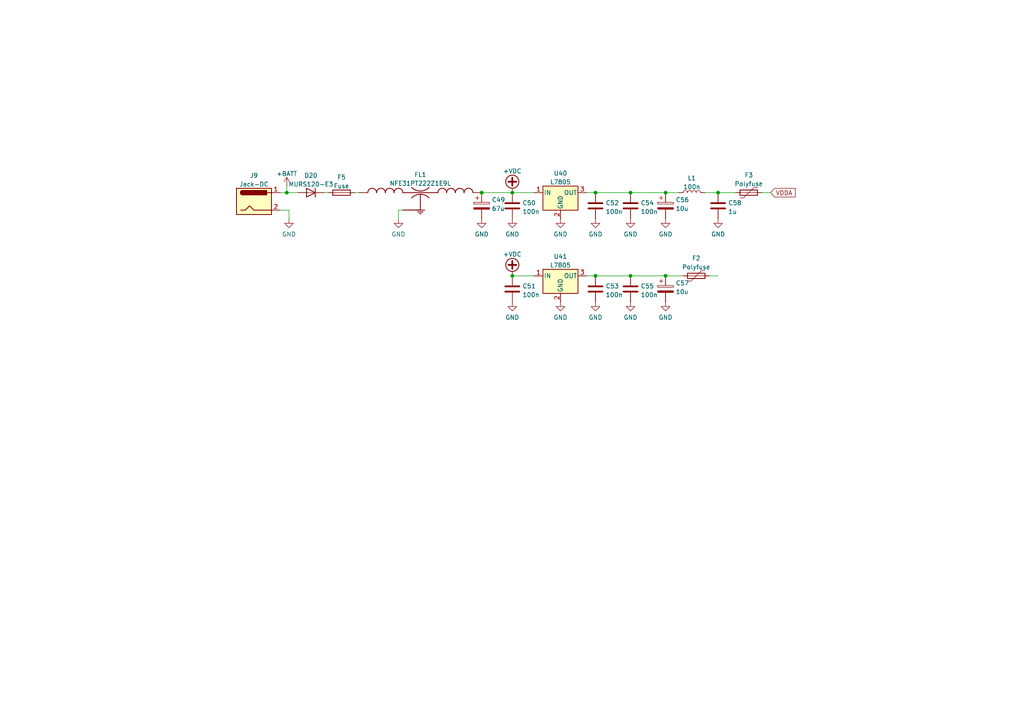
<source format=kicad_sch>
(kicad_sch (version 20211123) (generator eeschema)
  (paper "A4")
  (title_block (title "ParaCNTRL - FM repeater controller made of 74xx and analog") (date "2023-02-23") (rev "A") (company "ML Elektronika Mateusz Lubecki") (comment 1 "Power supply"))
  (lib_symbols
    (symbol "Connector:Jack-DC" (pin_names (offset 1.016))
      (property "Reference" "J" (at 0 5.334 0))
      (property "Value" "Jack-DC" (at 0 -5.08 0))
      (symbol "Jack-DC_0_1"
        (rectangle (start -5.08 3.81) (end 5.08 -3.81) (stroke (width 0.254)) (fill (type background)))
        (arc (start -3.302 3.175) (mid -3.937 2.54) (end -3.302 1.905) (stroke (width 0.254)))
        (arc (start -3.302 3.175) (mid -3.937 2.54) (end -3.302 1.905) (stroke (width 0.254)) (fill (type outline)))
        (polyline (pts (xy 5.08 2.54) (xy 3.81 2.54)) (stroke (width 0.254)))
        (polyline (pts (xy -3.81 -2.54) (xy -2.54 -2.54) (xy -1.27 -1.27) (xy 0 -2.54) (xy 2.54 -2.54) (xy 5.08 -2.54)) (stroke (width 0.254)))
        (rectangle (start 3.683 3.175) (end -3.302 1.905) (stroke (width 0.254)) (fill (type outline)))
      )
      (symbol "Jack-DC_1_1"
        (pin passive line (at 7.62 2.54 180) (length 2.54) (name "~") (number "1"))
        (pin passive line (at 7.62 -2.54 180) (length 2.54) (name "~") (number "2"))
      )
    )
    (symbol "Device:C" (pin_numbers hide) (pin_names (offset 0.254))
      (property "Reference" "C" (at 0.635 2.54 0))
      (property "Value" "C" (at 0.635 -2.54 0))
      (symbol "C_0_1"
        (polyline (pts (xy -2.032 -0.762) (xy 2.032 -0.762)) (stroke (width 0.508)))
        (polyline (pts (xy -2.032 0.762) (xy 2.032 0.762)) (stroke (width 0.508)))
      )
      (symbol "C_1_1"
        (pin passive line (at 0 3.81 270) (length 2.794) (name "~") (number "1"))
        (pin passive line (at 0 -3.81 90) (length 2.794) (name "~") (number "2"))
      )
    )
    (symbol "Device:C_Polarized" (pin_numbers hide) (pin_names (offset 0.254))
      (property "Reference" "C" (at 0.635 2.54 0))
      (property "Value" "C_Polarized" (at 0.635 -2.54 0))
      (symbol "C_Polarized_0_1"
        (rectangle (start -2.286 0.508) (end 2.286 1.016))
        (polyline (pts (xy -1.778 2.286) (xy -0.762 2.286)))
        (polyline (pts (xy -1.27 2.794) (xy -1.27 1.778)))
        (rectangle (start 2.286 -0.508) (end -2.286 -1.016) (fill (type outline)))
      )
      (symbol "C_Polarized_1_1"
        (pin passive line (at 0 3.81 270) (length 2.794) (name "~") (number "1"))
        (pin passive line (at 0 -3.81 90) (length 2.794) (name "~") (number "2"))
      )
    )
    (symbol "Device:Fuse" (pin_numbers hide) (pin_names (offset 0))
      (property "Reference" "F" (at 2.032 0 90))
      (property "Value" "Fuse" (at -1.905 0 90))
      (symbol "Fuse_0_1"
        (rectangle (start -0.762 -2.54) (end 0.762 2.54) (stroke (width 0.254)))
        (polyline (pts (xy 0 2.54) (xy 0 -2.54)))
      )
      (symbol "Fuse_1_1"
        (pin passive line (at 0 3.81 270) (length 1.27) (name "~") (number "1"))
        (pin passive line (at 0 -3.81 90) (length 1.27) (name "~") (number "2"))
      )
    )
    (symbol "Device:L" (pin_numbers hide) (pin_names (offset 1.016) hide)
      (property "Reference" "L" (at -1.27 0 90))
      (property "Value" "L" (at 1.905 0 90))
      (symbol "L_0_1"
        (arc (start 0 -2.54) (mid 0.635 -1.905) (end 0 -1.27))
        (arc (start 0 -1.27) (mid 0.635 -0.635) (end 0 0))
        (arc (start 0 0) (mid 0.635 0.635) (end 0 1.27))
        (arc (start 0 1.27) (mid 0.635 1.905) (end 0 2.54))
      )
      (symbol "L_1_1"
        (pin passive line (at 0 3.81 270) (length 1.27) (name "1") (number "1"))
        (pin passive line (at 0 -3.81 90) (length 1.27) (name "2") (number "2"))
      )
    )
    (symbol "Device:Polyfuse" (pin_numbers hide) (pin_names (offset 0))
      (property "Reference" "F" (at -2.54 0 90))
      (property "Value" "Polyfuse" (at 2.54 0 90))
      (symbol "Polyfuse_0_1"
        (rectangle (start -0.762 2.54) (end 0.762 -2.54) (stroke (width 0.254)))
        (polyline (pts (xy 0 2.54) (xy 0 -2.54)))
        (polyline (pts (xy -1.524 2.54) (xy -1.524 1.524) (xy 1.524 -1.524) (xy 1.524 -2.54)))
      )
      (symbol "Polyfuse_1_1"
        (pin passive line (at 0 3.81 270) (length 1.27) (name "~") (number "1"))
        (pin passive line (at 0 -3.81 90) (length 1.27) (name "~") (number "2"))
      )
    )
    (symbol "Diode:1N4148W" (pin_numbers hide) (pin_names (offset 1.016) hide)
      (property "Reference" "D" (at 0 2.54 0))
      (property "Value" "1N4148W" (at 0 -2.54 0))
      (symbol "1N4148W_0_1"
        (polyline (pts (xy -1.27 1.27) (xy -1.27 -1.27)) (stroke (width 0.254)))
        (polyline (pts (xy 1.27 0) (xy -1.27 0)))
        (polyline (pts (xy 1.27 1.27) (xy 1.27 -1.27) (xy -1.27 0) (xy 1.27 1.27)) (stroke (width 0.254)))
      )
      (symbol "1N4148W_1_1"
        (pin passive line (at -3.81 0 0) (length 2.54) (name "K") (number "1"))
        (pin passive line (at 3.81 0 180) (length 2.54) (name "A") (number "2"))
      )
    )
    (symbol "Regulator_Linear:L7805" (pin_names (offset 0.254))
      (property "Reference" "U" (at -3.81 3.175 0))
      (property "Value" "L7805" (at 0 3.175 0))
      (symbol "L7805_0_1"
        (rectangle (start -5.08 1.905) (end 5.08 -5.08) (stroke (width 0.254)) (fill (type background)))
      )
      (symbol "L7805_1_1"
        (pin power_in line (at -7.62 0 0) (length 2.54) (name "IN") (number "1"))
        (pin power_in line (at 0 -7.62 90) (length 2.54) (name "GND") (number "2"))
        (pin power_out line (at 7.62 0 180) (length 2.54) (name "OUT") (number "3"))
      )
    )
    (symbol "murata_NFE31PT:NFE31PT222Z1E9L" (pin_numbers hide) (pin_names (offset 1.016) hide)
      (property "Reference" "FL" (at -17.78 5.08 0))
      (property "Value" "NFE31PT222Z1E9L" (at -17.78 -5.08 0))
      (symbol "NFE31PT222Z1E9L_0_0"
        (arc (start -12.7 2.54) (mid -13.97 3.81) (end -15.24 2.54) (stroke (width 0.254)))
        (arc (start -10.16 2.54) (mid -11.43 3.81) (end -12.7 2.54) (stroke (width 0.254)))
        (arc (start -7.62 2.54) (mid -8.89 3.81) (end -10.16 2.54) (stroke (width 0.254)))
        (arc (start -5.08 2.54) (mid -6.35 3.81) (end -7.62 2.54) (stroke (width 0.254)))
        (arc (start -2.54 4.064) (mid 0 3.0119) (end 2.54 4.064) (stroke (width 0.254)))
        (polyline (pts (xy -5.08 2.54) (xy 5.08 2.54)) (stroke (width 0.254)))
        (polyline (pts (xy -1.27 -2.54) (xy 1.27 -2.54)) (stroke (width 0.254)))
        (polyline (pts (xy -0.762 -3.048) (xy 0.762 -3.048)) (stroke (width 0.254)))
        (polyline (pts (xy -0.254 -3.556) (xy 0.254 -3.556)) (stroke (width 0.254)))
        (polyline (pts (xy 0 2.032) (xy 0 -2.54)) (stroke (width 0.254)))
        (arc (start 2.54 1.016) (mid 0 2.0681) (end -2.54 1.016) (stroke (width 0.254)))
        (arc (start 7.62 2.54) (mid 6.35 3.81) (end 5.08 2.54) (stroke (width 0.254)))
        (arc (start 10.16 2.54) (mid 8.89 3.81) (end 7.62 2.54) (stroke (width 0.254)))
        (arc (start 12.7 2.54) (mid 11.43 3.81) (end 10.16 2.54) (stroke (width 0.254)))
        (arc (start 15.24 2.54) (mid 13.97 3.81) (end 12.7 2.54) (stroke (width 0.254)))
        (pin passive line (at -17.78 2.54 0) (length 2.54) (name "~") (number "1"))
        (pin power_in line (at -5.08 -2.54 0) (length 5.08) (name "~") (number "2"))
        (pin power_in line (at -5.08 -2.54 0) (length 5.08) (name "~") (number "2_1"))
        (pin power_in line (at -5.08 -2.54 0) (length 5.08) (name "~") (number "2_2"))
        (pin passive line (at 17.78 2.54 180) (length 2.54) (name "~") (number "3"))
      )
    )
    (symbol "power:+BATT" (power) (pin_names (offset 0))
      (property "Value" "+BATT" (at 0 3.556 0))
      (symbol "+BATT_0_1"
        (polyline (pts (xy -0.762 1.27) (xy 0 2.54)))
        (polyline (pts (xy 0 0) (xy 0 2.54)))
        (polyline (pts (xy 0 2.54) (xy 0.762 1.27)))
      )
      (symbol "+BATT_1_1"
        (pin power_in line (at 0 0 90) (length 0) hide (name "+BATT") (number "1"))
      )
    )
    (symbol "power:+VDC" (power) (pin_names (offset 0))
      (property "Value" "+VDC" (at 0 6.35 0))
      (symbol "+VDC_0_1"
        (polyline (pts (xy -1.143 3.175) (xy 1.143 3.175)) (stroke (width 0.508)))
        (polyline (pts (xy 0 0) (xy 0 1.27)))
        (polyline (pts (xy 0 2.032) (xy 0 4.318)) (stroke (width 0.508)))
        (circle (center 0 3.175) (radius 1.905) (stroke (width 0.254)))
      )
      (symbol "+VDC_1_1"
        (pin power_in line (at 0 0 90) (length 0) hide (name "+VDC") (number "1"))
      )
    )
    (symbol "power:GND" (power) (pin_names (offset 0))
      (property "Value" "GND" (at 0 -3.81 0))
      (symbol "GND_0_1"
        (polyline (pts (xy 0 0) (xy 0 -1.27) (xy 1.27 -1.27) (xy 0 -2.54) (xy -1.27 -1.27) (xy 0 -1.27)))
      )
      (symbol "GND_1_1"
        (pin power_in line (at 0 0 270) (length 0) hide (name "GND") (number "1"))
      )
    )
  )
  (junction (at 182.88 55.88))
  (junction (at 139.7 55.88))
  (junction (at 148.59 55.88))
  (junction (at 182.88 80.01))
  (junction (at 208.28 55.88))
  (junction (at 193.04 80.01))
  (junction (at 83.185 55.88))
  (junction (at 193.04 55.88))
  (junction (at 172.72 55.88))
  (junction (at 172.72 80.01))
  (junction (at 148.59 80.01))
  (wire (pts (xy 102.87 55.88) (xy 104.14 55.88)))
  (wire (pts (xy 205.74 80.01) (xy 208.28 80.01)))
  (wire (pts (xy 148.59 80.01) (xy 154.94 80.01)))
  (wire (pts (xy 83.82 60.96) (xy 83.82 63.5)))
  (wire (pts (xy 81.28 55.88) (xy 83.185 55.88)))
  (wire (pts (xy 139.7 55.88) (xy 148.59 55.88)))
  (wire (pts (xy 170.18 80.01) (xy 172.72 80.01)))
  (wire (pts (xy 204.47 55.88) (xy 208.28 55.88)))
  (wire (pts (xy 220.98 55.88) (xy 223.52 55.88)))
  (wire (pts (xy 170.18 55.88) (xy 172.72 55.88)))
  (wire (pts (xy 83.185 55.88) (xy 86.36 55.88)))
  (wire (pts (xy 208.28 55.88) (xy 213.36 55.88)))
  (wire (pts (xy 172.72 80.01) (xy 182.88 80.01)))
  (wire (pts (xy 182.88 55.88) (xy 193.04 55.88)))
  (wire (pts (xy 193.04 80.01) (xy 198.12 80.01)))
  (wire (pts (xy 148.59 55.88) (xy 154.94 55.88)))
  (wire (pts (xy 172.72 55.88) (xy 182.88 55.88)))
  (wire (pts (xy 93.98 55.88) (xy 95.25 55.88)))
  (wire (pts (xy 83.185 53.975) (xy 83.185 55.88)))
  (wire (pts (xy 116.84 60.96) (xy 115.57 60.96)))
  (wire (pts (xy 193.04 55.88) (xy 196.85 55.88)))
  (wire (pts (xy 182.88 80.01) (xy 193.04 80.01)))
  (wire (pts (xy 115.57 60.96) (xy 115.57 63.5)))
  (wire (pts (xy 81.28 60.96) (xy 83.82 60.96)))
  (global_label "VDDA" (shape input) (at 223.52 55.88 0) (property "Intersheet References" "${INTERSHEET_REFS}" (effects hide)))
  (symbol (lib_id "Device:C") (at 182.88 83.82 0) (unit 1)
    (property "Reference" "C55" (at 185.801 82.9853 0) (effects (justify left)))
    (property "Value" "100n" (at 185.801 85.5222 0) (effects (justify left)))
    (property "Footprint" "Capacitor_SMD:C_0805_2012Metric_Pad1.18x1.45mm_HandSolder" (effects hide))
  )
  (symbol (lib_id "power:GND") (at 208.28 63.5 0) (unit 1)
    (property "Reference" "#PWR093" (effects hide))
    (property "Value" "GND" (at 208.28 67.9434 0))
  )
  (symbol (lib_id "Device:C_Polarized") (at 139.7 59.69 0) (unit 1)
    (property "Reference" "C49" (at 142.621 57.9663 0) (effects (justify left)))
    (property "Value" "67u" (at 142.621 60.5032 0) (effects (justify left)))
    (property "Footprint" "Capacitor_THT:CP_Radial_D8.0mm_P3.50mm" (effects hide))
  )
  (symbol (lib_id "Regulator_Linear:L7805") (at 162.56 55.88 0) (unit 1)
    (property "Reference" "U40" (at 162.56 50.2752 0))
    (property "Value" "L7805" (at 162.56 52.8121 0))
    (property "Footprint" "Package_TO_SOT_THT:TO-220-3_Horizontal_TabDown" (effects hide))
    (property "Datasheet" "http://www.st.com/content/ccc/resource/technical/document/datasheet/41/4f/b3/b0/12/d4/47/88/CD00000444.pdf/files/CD00000444.pdf/jcr:content/translations/en.CD00000444.pdf" (effects hide))
  )
  (symbol (lib_id "Device:C") (at 148.59 59.69 0) (unit 1)
    (property "Reference" "C50" (at 151.511 58.8553 0) (effects (justify left)))
    (property "Value" "100n" (at 151.511 61.3922 0) (effects (justify left)))
    (property "Footprint" "Capacitor_SMD:C_0805_2012Metric_Pad1.18x1.45mm_HandSolder" (effects hide))
  )
  (symbol (lib_id "Device:C_Polarized") (at 193.04 83.82 0) (unit 1)
    (property "Reference" "C57" (at 195.961 82.0963 0) (effects (justify left)))
    (property "Value" "10u" (at 195.961 84.6332 0) (effects (justify left)))
    (property "Footprint" "Capacitor_Tantalum_SMD:CP_EIA-3528-21_Kemet-B_Pad1.50x2.35mm_HandSolder" (effects hide))
  )
  (symbol (lib_id "power:GND") (at 182.88 87.63 0) (unit 1)
    (property "Reference" "#PWR090" (effects hide))
    (property "Value" "GND" (at 182.88 92.0734 0))
  )
  (symbol (lib_id "Device:Polyfuse") (at 201.93 80.01 90) (unit 1)
    (property "Reference" "F2" (at 201.93 74.9132 90))
    (property "Value" "Polyfuse" (at 201.93 77.4501 90))
    (property "Footprint" "Fuse:Fuse_2010_5025Metric_Pad1.52x2.65mm_HandSolder" (effects hide))
  )
  (symbol (lib_id "Device:C") (at 208.28 59.69 0) (unit 1)
    (property "Reference" "C58" (at 211.201 58.8553 0) (effects (justify left)))
    (property "Value" "1u" (at 211.201 61.3922 0) (effects (justify left)))
    (property "Footprint" "Capacitor_SMD:C_0805_2012Metric_Pad1.18x1.45mm_HandSolder" (effects hide))
  )
  (symbol (lib_id "Device:L") (at 200.66 55.88 90) (unit 1)
    (property "Reference" "L1" (at 200.66 51.6722 90))
    (property "Value" "100n" (at 200.66 54.2091 90))
    (property "Footprint" "Inductor_SMD:L_0805_2012Metric_Pad1.15x1.40mm_HandSolder" (effects hide))
  )
  (symbol (lib_id "Regulator_Linear:L7805") (at 162.56 80.01 0) (unit 1)
    (property "Reference" "U41" (at 162.56 74.4052 0))
    (property "Value" "L7805" (at 162.56 76.9421 0))
    (property "Footprint" "Package_TO_SOT_THT:TO-220-3_Horizontal_TabDown" (effects hide))
    (property "Datasheet" "http://www.st.com/content/ccc/resource/technical/document/datasheet/41/4f/b3/b0/12/d4/47/88/CD00000444.pdf/files/CD00000444.pdf/jcr:content/translations/en.CD00000444.pdf" (effects hide))
  )
  (symbol (lib_id "power:+VDC") (at 148.59 80.01 0) (unit 1)
    (property "Reference" "#PWR083" (effects hide))
    (property "Value" "+VDC" (at 148.59 73.7672 0))
  )
  (symbol (lib_id "Device:Fuse") (at 99.06 55.88 90) (unit 1)
    (property "Reference" "F5" (at 99.06 51.4182 90))
    (property "Value" "Fuse" (at 99.06 53.9551 90))
    (property "Footprint" "Fuse:Fuseholder_Cylinder-5x20mm_Stelvio-Kontek_PTF78_Horizontal_Open" (effects hide))
  )
  (symbol (lib_id "power:GND") (at 148.59 87.63 0) (unit 1)
    (property "Reference" "#PWR084" (effects hide))
    (property "Value" "GND" (at 148.59 92.0734 0))
  )
  (symbol (lib_id "murata_NFE31PT:NFE31PT222Z1E9L") (at 121.92 58.42 0) (unit 1)
    (property "Reference" "FL1" (at 121.92 50.6562 0))
    (property "Value" "NFE31PT222Z1E9L" (at 121.92 53.1931 0))
    (property "Footprint" "FIL_NFE31PT222Z1E9L" (effects hide))
    (property "MP" "NFE31PT101C1E9L" (effects hide))
    (property "DESCRIPTION" "NFE Series 1206 _3216_ 100 pF 6 A 25 V Chip Capacitor Type EMI Filter" (effects hide))
    (property "AVAILABILITY" "Unavailable" (effects hide))
    (property "MF" "Murata Electronics" (effects hide))
    (property "PACKAGE" "1206 Murata Electronics" (effects hide))
    (property "PRICE" "None" (effects hide))
  )
  (symbol (lib_id "Device:C_Polarized") (at 193.04 59.69 0) (unit 1)
    (property "Reference" "C56" (at 195.961 57.9663 0) (effects (justify left)))
    (property "Value" "10u" (at 195.961 60.5032 0) (effects (justify left)))
    (property "Footprint" "Capacitor_Tantalum_SMD:CP_EIA-3528-21_Kemet-B_Pad1.50x2.35mm_HandSolder" (effects hide))
  )
  (symbol (lib_id "power:GND") (at 172.72 63.5 0) (unit 1)
    (property "Reference" "#PWR087" (effects hide))
    (property "Value" "GND" (at 172.72 67.9434 0))
  )
  (symbol (lib_id "power:+BATT") (at 83.185 53.975 0) (unit 1)
    (property "Reference" "#PWR077" (effects hide))
    (property "Value" "+BATT" (at 83.185 50.3992 0))
  )
  (symbol (lib_id "power:GND") (at 172.72 87.63 0) (unit 1)
    (property "Reference" "#PWR088" (effects hide))
    (property "Value" "GND" (at 172.72 92.0734 0))
  )
  (symbol (lib_id "power:GND") (at 139.7 63.5 0) (unit 1)
    (property "Reference" "#PWR080" (effects hide))
    (property "Value" "GND" (at 139.7 67.9434 0))
  )
  (symbol (lib_id "Connector:Jack-DC") (at 73.66 58.42 0) (unit 1)
    (property "Reference" "J9" (at 73.66 50.9102 0))
    (property "Value" "Jack-DC" (at 73.66 53.4471 0))
    (property "Footprint" "Connector_BarrelJack:BarrelJack_GCT_DCJ200-10-A_Horizontal" (effects hide))
  )
  (symbol (lib_id "power:GND") (at 83.82 63.5 0) (unit 1)
    (property "Reference" "#PWR078" (effects hide))
    (property "Value" "GND" (at 83.82 67.9434 0))
  )
  (symbol (lib_id "power:GND") (at 182.88 63.5 0) (unit 1)
    (property "Reference" "#PWR089" (effects hide))
    (property "Value" "GND" (at 182.88 67.9434 0))
  )
  (symbol (lib_id "power:GND") (at 193.04 63.5 0) (unit 1)
    (property "Reference" "#PWR091" (effects hide))
    (property "Value" "GND" (at 193.04 67.9434 0))
  )
  (symbol (lib_id "power:GND") (at 162.56 87.63 0) (unit 1)
    (property "Reference" "#PWR086" (effects hide))
    (property "Value" "GND" (at 162.56 92.0734 0))
  )
  (symbol (lib_id "power:+VDC") (at 148.59 55.88 0) (unit 1)
    (property "Reference" "#PWR081" (effects hide))
    (property "Value" "+VDC" (at 148.59 49.6372 0))
  )
  (symbol (lib_id "power:GND") (at 115.57 63.5 0) (unit 1)
    (property "Reference" "#PWR079" (effects hide))
    (property "Value" "GND" (at 115.57 67.9434 0))
  )
  (symbol (lib_id "Diode:1N4148W") (at 90.17 55.88 180) (unit 1)
    (property "Reference" "D20" (at 90.17 50.9102 0))
    (property "Value" "MURS120-E3" (at 90.17 53.4471 0))
    (property "Footprint" "Diode_SMD:D_SMB_Handsoldering" (effects hide))
    (property "Datasheet" "https://www.vishay.com/docs/85748/1n4148w.pdf" (effects hide))
  )
  (symbol (lib_id "Device:C") (at 148.59 83.82 0) (unit 1)
    (property "Reference" "C51" (at 151.511 82.9853 0) (effects (justify left)))
    (property "Value" "100n" (at 151.511 85.5222 0) (effects (justify left)))
    (property "Footprint" "Capacitor_SMD:C_0805_2012Metric_Pad1.18x1.45mm_HandSolder" (effects hide))
  )
  (symbol (lib_id "Device:C") (at 182.88 59.69 0) (unit 1)
    (property "Reference" "C54" (at 185.801 58.8553 0) (effects (justify left)))
    (property "Value" "100n" (at 185.801 61.3922 0) (effects (justify left)))
    (property "Footprint" "Capacitor_SMD:C_0805_2012Metric_Pad1.18x1.45mm_HandSolder" (effects hide))
  )
  (symbol (lib_id "power:GND") (at 162.56 63.5 0) (unit 1)
    (property "Reference" "#PWR085" (effects hide))
    (property "Value" "GND" (at 162.56 67.9434 0))
  )
  (symbol (lib_id "power:GND") (at 193.04 87.63 0) (unit 1)
    (property "Reference" "#PWR092" (effects hide))
    (property "Value" "GND" (at 193.04 92.0734 0))
  )
  (symbol (lib_id "Device:C") (at 172.72 83.82 0) (unit 1)
    (property "Reference" "C53" (at 175.641 82.9853 0) (effects (justify left)))
    (property "Value" "100n" (at 175.641 85.5222 0) (effects (justify left)))
    (property "Footprint" "Capacitor_SMD:C_0805_2012Metric_Pad1.18x1.45mm_HandSolder" (effects hide))
  )
  (symbol (lib_id "power:GND") (at 148.59 63.5 0) (unit 1)
    (property "Reference" "#PWR082" (effects hide))
    (property "Value" "GND" (at 148.59 67.9434 0))
  )
  (symbol (lib_id "Device:C") (at 172.72 59.69 0) (unit 1)
    (property "Reference" "C52" (at 175.641 58.8553 0) (effects (justify left)))
    (property "Value" "100n" (at 175.641 61.3922 0) (effects (justify left)))
    (property "Footprint" "Capacitor_SMD:C_0805_2012Metric_Pad1.18x1.45mm_HandSolder" (effects hide))
  )
  (symbol (lib_id "Device:Polyfuse") (at 217.17 55.88 90) (unit 1)
    (property "Reference" "F3" (at 217.17 50.7832 90))
    (property "Value" "Polyfuse" (at 217.17 53.3201 90))
    (property "Footprint" "Fuse:Fuse_2010_5025Metric_Pad1.52x2.65mm_HandSolder" (effects hide))
  )
)
</source>
